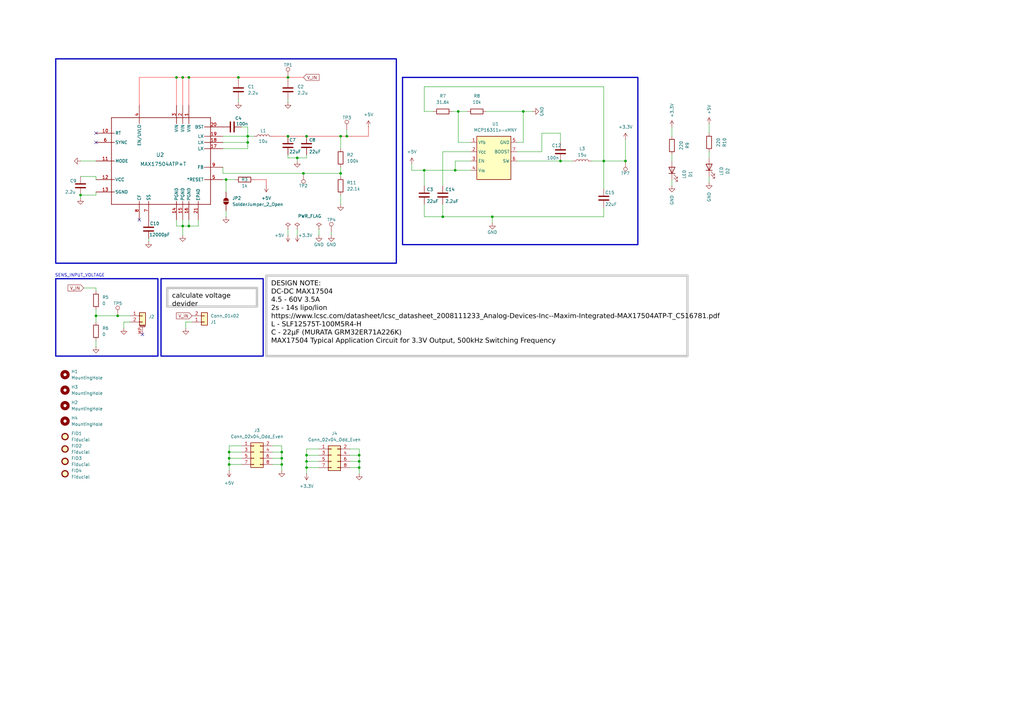
<source format=kicad_sch>
(kicad_sch (version 20231120) (generator "eeschema") (generator_version "8.0")
  (paper "A3")
  (lib_symbols
    (symbol "Connector:TestPoint" (pin_numbers hide) (pin_names (offset 0.762) hide)
      (property "Reference" "TP" (at 0 6.858 0))
      (property "Value" "TestPoint" (at 0 5.08 0))
      (symbol "TestPoint_0_1"
        (circle (center 0 3.302) (radius 0.762))
      )
      (symbol "TestPoint_1_1"
        (pin passive line (at 0 0 90) (length 2.54) (name "1") (number "1"))
      )
    )
    (symbol "Connector_Generic:Conn_01x02" (pin_names (offset 1.016) hide)
      (property "Reference" "J" (at 0 2.54 0))
      (property "Value" "Conn_01x02" (at 0 -5.08 0))
      (symbol "Conn_01x02_1_1"
        (rectangle (start -1.27 -2.413) (end 0 -2.667) (stroke (width 0.1524)))
        (rectangle (start -1.27 0.127) (end 0 -0.127) (stroke (width 0.1524)))
        (rectangle (start -1.27 1.27) (end 1.27 -3.81) (stroke (width 0.254)) (fill (type background)))
        (pin passive line (at -5.08 0 0) (length 3.81) (name "Pin_1") (number "1"))
        (pin passive line (at -5.08 -2.54 0) (length 3.81) (name "Pin_2") (number "2"))
      )
    )
    (symbol "Connector_Generic:Conn_02x04_Odd_Even" (pin_names (offset 1.016) hide)
      (property "Reference" "J" (at 1.27 5.08 0))
      (property "Value" "Conn_02x04_Odd_Even" (at 1.27 -7.62 0))
      (symbol "Conn_02x04_Odd_Even_1_1"
        (rectangle (start -1.27 -4.953) (end 0 -5.207) (stroke (width 0.1524)))
        (rectangle (start -1.27 -2.413) (end 0 -2.667) (stroke (width 0.1524)))
        (rectangle (start -1.27 0.127) (end 0 -0.127) (stroke (width 0.1524)))
        (rectangle (start -1.27 2.667) (end 0 2.413) (stroke (width 0.1524)))
        (rectangle (start -1.27 3.81) (end 3.81 -6.35) (stroke (width 0.254)) (fill (type background)))
        (rectangle (start 3.81 -4.953) (end 2.54 -5.207) (stroke (width 0.1524)))
        (rectangle (start 3.81 -2.413) (end 2.54 -2.667) (stroke (width 0.1524)))
        (rectangle (start 3.81 0.127) (end 2.54 -0.127) (stroke (width 0.1524)))
        (rectangle (start 3.81 2.667) (end 2.54 2.413) (stroke (width 0.1524)))
        (pin passive line (at -5.08 2.54 0) (length 3.81) (name "Pin_1") (number "1"))
        (pin passive line (at 7.62 2.54 180) (length 3.81) (name "Pin_2") (number "2"))
        (pin passive line (at -5.08 0 0) (length 3.81) (name "Pin_3") (number "3"))
        (pin passive line (at 7.62 0 180) (length 3.81) (name "Pin_4") (number "4"))
        (pin passive line (at -5.08 -2.54 0) (length 3.81) (name "Pin_5") (number "5"))
        (pin passive line (at 7.62 -2.54 180) (length 3.81) (name "Pin_6") (number "6"))
        (pin passive line (at -5.08 -5.08 0) (length 3.81) (name "Pin_7") (number "7"))
        (pin passive line (at 7.62 -5.08 180) (length 3.81) (name "Pin_8") (number "8"))
      )
    )
    (symbol "Connector_Generic_MountingPin:Conn_01x02_MountingPin" (pin_names (offset 1.016) hide)
      (property "Reference" "J" (at 0 2.54 0))
      (property "Value" "Conn_01x02_MountingPin" (at 1.27 -5.08 0))
      (symbol "Conn_01x02_MountingPin_1_1"
        (rectangle (start -1.27 -2.413) (end 0 -2.667) (stroke (width 0.1524)))
        (rectangle (start -1.27 0.127) (end 0 -0.127) (stroke (width 0.1524)))
        (rectangle (start -1.27 1.27) (end 1.27 -3.81) (stroke (width 0.254)) (fill (type background)))
        (polyline (pts (xy -1.016 -4.572) (xy 1.016 -4.572)) (stroke (width 0.1524)))
        (text "Mounting" (at 0 -4.191 0) (effects (font (size 0.381 0.381))))
        (pin passive line (at -5.08 0 0) (length 3.81) (name "Pin_1") (number "1"))
        (pin passive line (at -5.08 -2.54 0) (length 3.81) (name "Pin_2") (number "2"))
        (pin passive line (at 0 -7.62 90) (length 3.048) (name "MountPin") (number "MP"))
      )
    )
    (symbol "Device:C" (pin_numbers hide) (pin_names (offset 0.254))
      (property "Reference" "C" (at 0.635 2.54 0))
      (property "Value" "C" (at 0.635 -2.54 0))
      (symbol "C_0_1"
        (polyline (pts (xy -2.032 -0.762) (xy 2.032 -0.762)) (stroke (width 0.508)))
        (polyline (pts (xy -2.032 0.762) (xy 2.032 0.762)) (stroke (width 0.508)))
      )
      (symbol "C_1_1"
        (pin passive line (at 0 3.81 270) (length 2.794) (name "~") (number "1"))
        (pin passive line (at 0 -3.81 90) (length 2.794) (name "~") (number "2"))
      )
    )
    (symbol "Device:L" (pin_numbers hide) (pin_names (offset 1.016) hide)
      (property "Reference" "L" (at -1.27 0 90))
      (property "Value" "L" (at 1.905 0 90))
      (symbol "L_0_1"
        (arc (start 0 -2.54) (mid 0.6323 -1.905) (end 0 -1.27))
        (arc (start 0 -1.27) (mid 0.6323 -0.635) (end 0 0))
        (arc (start 0 0) (mid 0.6323 0.635) (end 0 1.27))
        (arc (start 0 1.27) (mid 0.6323 1.905) (end 0 2.54))
      )
      (symbol "L_1_1"
        (pin passive line (at 0 3.81 270) (length 1.27) (name "1") (number "1"))
        (pin passive line (at 0 -3.81 90) (length 1.27) (name "2") (number "2"))
      )
    )
    (symbol "Device:LED" (pin_numbers hide) (pin_names (offset 1.016) hide)
      (property "Reference" "D" (at 0 2.54 0))
      (property "Value" "LED" (at 0 -2.54 0))
      (symbol "LED_0_1"
        (polyline (pts (xy -1.27 -1.27) (xy -1.27 1.27)) (stroke (width 0.254)))
        (polyline (pts (xy -1.27 0) (xy 1.27 0)))
        (polyline (pts (xy 1.27 -1.27) (xy 1.27 1.27) (xy -1.27 0) (xy 1.27 -1.27)) (stroke (width 0.254)))
        (polyline (pts (xy -3.048 -0.762) (xy -4.572 -2.286) (xy -3.81 -2.286) (xy -4.572 -2.286) (xy -4.572 -1.524)))
        (polyline (pts (xy -1.778 -0.762) (xy -3.302 -2.286) (xy -2.54 -2.286) (xy -3.302 -2.286) (xy -3.302 -1.524)))
      )
      (symbol "LED_1_1"
        (pin passive line (at -3.81 0 0) (length 2.54) (name "K") (number "1"))
        (pin passive line (at 3.81 0 180) (length 2.54) (name "A") (number "2"))
      )
    )
    (symbol "Device:R" (pin_numbers hide) (pin_names (offset 0))
      (property "Reference" "R" (at 2.032 0 90))
      (property "Value" "R" (at 0 0 90))
      (symbol "R_0_1"
        (rectangle (start -1.016 -2.54) (end 1.016 2.54) (stroke (width 0.254)))
      )
      (symbol "R_1_1"
        (pin passive line (at 0 3.81 270) (length 1.27) (name "~") (number "1"))
        (pin passive line (at 0 -3.81 90) (length 1.27) (name "~") (number "2"))
      )
    )
    (symbol "Jumper:SolderJumper_2_Open" (pin_numbers hide) (pin_names (offset 0) hide) (exclude_from_sim yes) (in_bom no)
      (property "Reference" "JP" (at 0 2.032 0))
      (property "Value" "SolderJumper_2_Open" (at 0 -2.54 0))
      (symbol "SolderJumper_2_Open_0_1"
        (arc (start -0.254 1.016) (mid -1.2656 0) (end -0.254 -1.016))
        (arc (start -0.254 1.016) (mid -1.2656 0) (end -0.254 -1.016) (fill (type outline)))
        (polyline (pts (xy -0.254 1.016) (xy -0.254 -1.016)))
        (polyline (pts (xy 0.254 1.016) (xy 0.254 -1.016)))
        (arc (start 0.254 -1.016) (mid 1.2656 0) (end 0.254 1.016))
        (arc (start 0.254 -1.016) (mid 1.2656 0) (end 0.254 1.016) (fill (type outline)))
      )
      (symbol "SolderJumper_2_Open_1_1"
        (pin passive line (at -3.81 0 0) (length 2.54) (name "A") (number "1"))
        (pin passive line (at 3.81 0 180) (length 2.54) (name "B") (number "2"))
      )
    )
    (symbol "MAX17504ATP+T_1" (pin_names (offset 0.254))
      (property "Reference" "U" (at 27.94 -12.954 0))
      (property "Value" "MAX17504ATP+T" (at 27.94 -15.494 0))
      (symbol "MAX17504ATP+T_1_1_1"
        (polyline (pts (xy 7.62 -30.48) (xy 48.26 -30.48)) (stroke (width 0.254)))
        (polyline (pts (xy 7.62 5.08) (xy 7.62 -30.48)) (stroke (width 0.254)))
        (polyline (pts (xy 48.26 -30.48) (xy 48.26 5.08)) (stroke (width 0.254)))
        (polyline (pts (xy 48.26 5.08) (xy 7.62 5.08)) (stroke (width 0.254)))
        (pin passive line (at 39.37 10.16 270) (length 7.62) (name "VIN") (number "1"))
        (pin passive line (at 1.27 -1.27 0) (length 7.62) (name "RT") (number "10"))
        (pin passive line (at 1.27 -12.7 0) (length 7.62) (name "MODE") (number "11"))
        (pin passive line (at 1.27 -20.32 0) (length 7.62) (name "VCC") (number "12"))
        (pin passive line (at 1.27 -25.4 0) (length 7.62) (name "SGND") (number "13"))
        (pin passive line (at 34.29 -36.83 90) (length 7.62) (name "PGND") (number "14"))
        (pin passive line (at 36.83 -36.83 90) (length 7.62) (name "PGND") (number "15"))
        (pin passive line (at 39.37 -36.83 90) (length 7.62) (name "PGND") (number "16"))
        (pin passive line (at 53.34 -7.62 180) (length 7.62) (name "LX") (number "17"))
        (pin passive line (at 53.34 -5.08 180) (length 7.62) (name "LX") (number "18"))
        (pin passive line (at 53.34 -2.54 180) (length 7.62) (name "LX") (number "19"))
        (pin passive line (at 36.83 10.16 270) (length 7.62) (name "VIN") (number "2"))
        (pin passive line (at 53.34 1.27 180) (length 7.62) (name "BST") (number "20"))
        (pin passive line (at 43.18 -36.83 90) (length 7.62) (name "EPAD") (number "21"))
        (pin passive line (at 34.29 10.16 270) (length 7.62) (name "VIN") (number "3"))
        (pin passive line (at 19.05 10.16 270) (length 7.62) (name "EN/UVLO") (number "4"))
        (pin passive line (at 53.34 -20.32 180) (length 7.62) (name "*RESET") (number "5"))
        (pin passive line (at 1.27 -5.08 0) (length 7.62) (name "SYNC") (number "6"))
        (pin passive line (at 22.86 -36.83 90) (length 7.62) (name "SS") (number "7"))
        (pin passive line (at 19.05 -36.83 90) (length 7.62) (name "CF") (number "8"))
        (pin passive line (at 53.34 -15.24 180) (length 7.62) (name "FB") (number "9"))
      )
    )
    (symbol "Mechanical:Fiducial" (exclude_from_sim yes) (in_bom no)
      (property "Reference" "FID" (at 0 5.08 0))
      (property "Value" "Fiducial" (at 0 3.175 0))
      (symbol "Fiducial_0_1"
        (circle (center 0 0) (radius 1.27) (stroke (width 0.508)) (fill (type background)))
      )
    )
    (symbol "Mechanical:MountingHole" (pin_names (offset 1.016)) (exclude_from_sim yes) (in_bom no)
      (property "Reference" "H" (at 0 5.08 0))
      (property "Value" "MountingHole" (at 0 3.175 0))
      (symbol "MountingHole_0_1"
        (circle (center 0 0) (radius 1.27) (stroke (width 1.27)))
      )
    )
    (symbol "Regulator_Switching:MCP16311x-xMNY"
      (property "Reference" "U3" (at 0 12.7 0))
      (property "Value" "MCP16311x-xMNY" (at 0 10.16 0))
      (symbol "MCP16311x-xMNY_0_1"
        (rectangle (start -7.62 7.62) (end 6.35 -10.16) (stroke (width 0.254)) (fill (type background)))
      )
      (symbol "MCP16311x-xMNY_1_1"
        (pin input line (at -10.16 5.08 0) (length 2.54) (name "Vfb") (number "1"))
        (pin passive line (at -10.16 1.27 0) (length 2.54) (name "V_{CC}") (number "2"))
        (pin input line (at -10.16 -2.54 0) (length 2.54) (name "EN") (number "3"))
        (pin power_in line (at -10.16 -6.35 0) (length 2.54) (name "V_{IN}") (number "4"))
        (pin power_in line (at 8.89 5.08 180) (length 2.54) (name "GND") (number "5"))
        (pin power_out line (at 8.89 -2.54 180) (length 2.54) (name "SW") (number "6"))
        (pin output line (at 8.89 1.27 180) (length 2.54) (name "BOOST") (number "7"))
        (pin passive line (at 8.89 5.08 180) (length 2.54) hide (name "GND") (number "8"))
        (pin passive line (at 8.89 5.08 180) (length 2.54) hide (name "GND") (number "9"))
      )
    )
    (symbol "power:+3.3V" (power) (pin_numbers hide) (pin_names (offset 0) hide)
      (property "Value" "+3.3V" (at 0 3.556 0))
      (symbol "+3.3V_0_1"
        (polyline (pts (xy -0.762 1.27) (xy 0 2.54)))
        (polyline (pts (xy 0 0) (xy 0 2.54)))
        (polyline (pts (xy 0 2.54) (xy 0.762 1.27)))
      )
      (symbol "+3.3V_1_1"
        (pin power_in line (at 0 0 90) (length 0) (name "~") (number "1"))
      )
    )
    (symbol "power:+5V" (power) (pin_numbers hide) (pin_names (offset 0) hide)
      (property "Value" "+5V" (at 0 3.556 0))
      (symbol "+5V_0_1"
        (polyline (pts (xy -0.762 1.27) (xy 0 2.54)))
        (polyline (pts (xy 0 0) (xy 0 2.54)))
        (polyline (pts (xy 0 2.54) (xy 0.762 1.27)))
      )
      (symbol "+5V_1_1"
        (pin power_in line (at 0 0 90) (length 0) (name "~") (number "1"))
      )
    )
    (symbol "power:GND" (power) (pin_numbers hide) (pin_names (offset 0) hide)
      (property "Value" "GND" (at 0 -3.81 0))
      (symbol "GND_0_1"
        (polyline (pts (xy 0 0) (xy 0 -1.27) (xy 1.27 -1.27) (xy 0 -2.54) (xy -1.27 -1.27) (xy 0 -1.27)))
      )
      (symbol "GND_1_1"
        (pin power_in line (at 0 0 270) (length 0) (name "~") (number "1"))
      )
    )
    (symbol "power:PWR_FLAG" (power) (pin_numbers hide) (pin_names (offset 0) hide)
      (property "Value" "PWR_FLAG" (at 0 3.81 0))
      (symbol "PWR_FLAG_0_0"
        (pin power_out line (at 0 0 90) (length 0) (name "~") (number "1"))
      )
      (symbol "PWR_FLAG_0_1"
        (polyline (pts (xy 0 0) (xy 0 1.27) (xy -1.016 1.905) (xy 0 2.54) (xy 1.016 1.905) (xy 0 1.27)))
      )
    )
  )
  (junction (at 118.11 31.75))
  (junction (at 93.98 187.96))
  (junction (at 214.63 45.72))
  (junction (at 139.7 71.12))
  (junction (at 97.79 31.75))
  (junction (at 77.47 31.75))
  (junction (at 142.24 55.88))
  (junction (at 125.73 186.69))
  (junction (at 147.32 191.77))
  (junction (at 125.73 189.23))
  (junction (at 187.96 45.72))
  (junction (at 121.92 64.77))
  (junction (at 115.57 190.5))
  (junction (at 74.93 31.75))
  (junction (at 125.73 191.77))
  (junction (at 147.32 186.69))
  (junction (at 201.93 88.9))
  (junction (at 93.98 185.42))
  (junction (at 124.46 71.12))
  (junction (at 115.57 187.96))
  (junction (at 93.98 190.5))
  (junction (at 256.54 66.04))
  (junction (at 92.71 73.66))
  (junction (at 101.6 55.88))
  (junction (at 115.57 185.42))
  (junction (at 72.39 31.75))
  (junction (at 247.65 66.04))
  (junction (at 33.02 80.01))
  (junction (at 229.87 66.04))
  (junction (at 147.32 189.23))
  (junction (at 181.61 88.9))
  (junction (at 101.6 58.42))
  (junction (at 186.69 69.85))
  (junction (at 125.73 55.88))
  (junction (at 118.11 55.88))
  (junction (at 139.7 55.88))
  (junction (at 77.47 92.71))
  (junction (at 173.99 69.85))
  (junction (at 48.26 129.54))
  (junction (at 74.93 92.71))
  (junction (at 39.37 129.54))
  (no_connect (at 39.37 54.61))
  (no_connect (at 57.15 90.17))
  (no_connect (at 58.42 137.16))
  (no_connect (at 39.37 58.42))
  (wire (pts (xy 48.26 129.54) (xy 53.34 129.54)))
  (wire (pts (xy 214.63 45.72) (xy 218.44 45.72)))
  (wire (pts (xy 39.37 72.39) (xy 39.37 73.66)))
  (wire (pts (xy 147.32 184.15) (xy 147.32 186.69)))
  (wire (pts (xy 173.99 45.72) (xy 177.8 45.72)))
  (wire (pts (xy 39.37 129.54) (xy 48.26 129.54)))
  (wire (pts (xy 187.96 45.72) (xy 187.96 58.42)))
  (wire (pts (xy 39.37 127) (xy 39.37 129.54)))
  (wire (pts (xy 130.81 184.15) (xy 125.73 184.15)))
  (wire (pts (xy 121.92 64.77) (xy 121.92 66.04)))
  (wire (pts (xy 212.09 58.42) (xy 214.63 58.42)))
  (wire (pts (xy 81.28 90.17) (xy 81.28 92.71)))
  (wire (pts (xy 91.44 71.12) (xy 91.44 68.58)))
  (wire (pts (xy 290.83 62.23) (xy 290.83 64.77)))
  (wire (pts (xy 186.69 66.04) (xy 186.69 69.85)))
  (wire (pts (xy 168.91 69.85) (xy 173.99 69.85)))
  (wire (pts (xy 101.6 58.42) (xy 101.6 60.96)))
  (wire (pts (xy 39.37 129.54) (xy 39.37 132.08)))
  (wire (pts (xy 111.76 182.88) (xy 115.57 182.88)))
  (wire (pts (xy 186.69 69.85) (xy 193.04 69.85)))
  (wire (pts (xy 247.65 66.04) (xy 247.65 35.56)))
  (wire (pts (xy 109.22 76.2) (xy 109.22 73.66)) (stroke (width 0) (color 200 0 0 1)))
  (wire (pts (xy 118.11 31.75) (xy 124.46 31.75)) (stroke (width 0) (color 255 0 0 1)))
  (wire (pts (xy 143.51 191.77) (xy 147.32 191.77)))
  (wire (pts (xy 139.7 55.88) (xy 142.24 55.88)) (stroke (width 0) (color 200 0 0 1)))
  (wire (pts (xy 53.34 132.08) (xy 50.8 132.08)))
  (wire (pts (xy 256.54 57.15) (xy 256.54 66.04)))
  (wire (pts (xy 115.57 182.88) (xy 115.57 185.42)))
  (wire (pts (xy 124.46 71.12) (xy 139.7 71.12)))
  (wire (pts (xy 142.24 53.34) (xy 142.24 55.88)))
  (wire (pts (xy 275.59 76.2) (xy 275.59 73.66)))
  (wire (pts (xy 229.87 66.04) (xy 234.95 66.04)))
  (wire (pts (xy 290.83 74.93) (xy 290.83 72.39)))
  (wire (pts (xy 143.51 186.69) (xy 147.32 186.69)))
  (wire (pts (xy 111.76 185.42) (xy 115.57 185.42)))
  (wire (pts (xy 201.93 88.9) (xy 201.93 91.44)))
  (wire (pts (xy 185.42 45.72) (xy 187.96 45.72)))
  (wire (pts (xy 115.57 185.42) (xy 115.57 187.96)))
  (wire (pts (xy 93.98 187.96) (xy 93.98 190.5)))
  (wire (pts (xy 222.25 62.23) (xy 222.25 54.61)))
  (wire (pts (xy 181.61 88.9) (xy 201.93 88.9)))
  (wire (pts (xy 193.04 58.42) (xy 187.96 58.42)))
  (wire (pts (xy 247.65 88.9) (xy 201.93 88.9)))
  (wire (pts (xy 33.02 80.01) (xy 33.02 81.28)))
  (wire (pts (xy 212.09 62.23) (xy 222.25 62.23)))
  (wire (pts (xy 275.59 55.88) (xy 275.59 52.07)))
  (wire (pts (xy 135.89 95.25) (xy 135.89 96.52)))
  (wire (pts (xy 139.7 68.58) (xy 139.7 71.12)))
  (wire (pts (xy 72.39 31.75) (xy 57.15 31.75)) (stroke (width 0) (color 255 0 0 1)))
  (wire (pts (xy 193.04 66.04) (xy 186.69 66.04)))
  (wire (pts (xy 111.76 55.88) (xy 118.11 55.88)) (stroke (width 0) (color 200 0 0 1)))
  (wire (pts (xy 77.47 31.75) (xy 77.47 43.18)) (stroke (width 0) (color 255 0 0 1)))
  (wire (pts (xy 50.8 132.08) (xy 50.8 134.62)))
  (wire (pts (xy 74.93 31.75) (xy 77.47 31.75)) (stroke (width 0) (color 255 0 0 1)))
  (wire (pts (xy 125.73 189.23) (xy 125.73 191.77)))
  (wire (pts (xy 139.7 80.01) (xy 139.7 83.82)))
  (wire (pts (xy 125.73 186.69) (xy 125.73 189.23)))
  (wire (pts (xy 92.71 86.36) (xy 92.71 88.9)))
  (wire (pts (xy 60.96 97.79) (xy 60.96 99.06)))
  (wire (pts (xy 139.7 60.96) (xy 139.7 55.88)))
  (wire (pts (xy 187.96 45.72) (xy 191.77 45.72)))
  (wire (pts (xy 229.87 54.61) (xy 229.87 58.42)))
  (wire (pts (xy 193.04 62.23) (xy 181.61 62.23)))
  (wire (pts (xy 74.93 31.75) (xy 74.93 43.18)) (stroke (width 0) (color 255 0 0 1)))
  (wire (pts (xy 125.73 191.77) (xy 125.73 194.31)))
  (wire (pts (xy 99.06 182.88) (xy 93.98 182.88)))
  (wire (pts (xy 118.11 41.91) (xy 118.11 40.64)))
  (wire (pts (xy 39.37 78.74) (xy 39.37 80.01)))
  (wire (pts (xy 125.73 184.15) (xy 125.73 186.69)))
  (wire (pts (xy 39.37 119.38) (xy 39.37 118.11)))
  (wire (pts (xy 125.73 63.5) (xy 125.73 64.77)))
  (wire (pts (xy 93.98 182.88) (xy 93.98 185.42)))
  (wire (pts (xy 247.65 85.09) (xy 247.65 88.9)))
  (wire (pts (xy 173.99 83.82) (xy 173.99 88.9)))
  (wire (pts (xy 247.65 77.47) (xy 247.65 66.04)))
  (wire (pts (xy 115.57 190.5) (xy 115.57 193.04)))
  (wire (pts (xy 91.44 71.12) (xy 124.46 71.12)))
  (wire (pts (xy 130.81 189.23) (xy 125.73 189.23)))
  (wire (pts (xy 143.51 189.23) (xy 147.32 189.23)))
  (wire (pts (xy 81.28 92.71) (xy 77.47 92.71)))
  (wire (pts (xy 78.74 132.08) (xy 76.2 132.08)))
  (wire (pts (xy 290.83 54.61) (xy 290.83 50.8)))
  (wire (pts (xy 99.06 187.96) (xy 93.98 187.96)))
  (wire (pts (xy 74.93 92.71) (xy 74.93 90.17)))
  (wire (pts (xy 111.76 190.5) (xy 115.57 190.5)))
  (wire (pts (xy 101.6 55.88) (xy 101.6 58.42)))
  (wire (pts (xy 173.99 76.2) (xy 173.99 69.85)))
  (wire (pts (xy 121.92 93.98) (xy 121.92 96.52)))
  (wire (pts (xy 77.47 31.75) (xy 97.79 31.75)) (stroke (width 0) (color 255 0 0 1)))
  (wire (pts (xy 77.47 92.71) (xy 74.93 92.71)))
  (wire (pts (xy 173.99 88.9) (xy 181.61 88.9)))
  (wire (pts (xy 39.37 139.7) (xy 39.37 142.24)))
  (wire (pts (xy 247.65 35.56) (xy 173.99 35.56)))
  (wire (pts (xy 143.51 184.15) (xy 147.32 184.15)))
  (wire (pts (xy 181.61 62.23) (xy 181.61 76.2)))
  (wire (pts (xy 76.2 132.08) (xy 76.2 134.62)))
  (wire (pts (xy 212.09 66.04) (xy 229.87 66.04)))
  (wire (pts (xy 72.39 90.17) (xy 72.39 92.71)))
  (wire (pts (xy 173.99 69.85) (xy 186.69 69.85)))
  (wire (pts (xy 97.79 41.91) (xy 97.79 40.64)))
  (wire (pts (xy 97.79 31.75) (xy 118.11 31.75)) (stroke (width 0) (color 255 0 0 1)))
  (wire (pts (xy 118.11 93.98) (xy 118.11 96.52)))
  (wire (pts (xy 91.44 58.42) (xy 101.6 58.42)))
  (wire (pts (xy 111.76 187.96) (xy 115.57 187.96)))
  (wire (pts (xy 168.91 67.31) (xy 168.91 69.85)))
  (wire (pts (xy 101.6 55.88) (xy 104.14 55.88)))
  (wire (pts (xy 72.39 31.75) (xy 72.39 43.18)) (stroke (width 0) (color 255 0 0 1)))
  (wire (pts (xy 130.81 191.77) (xy 125.73 191.77)))
  (wire (pts (xy 33.02 66.04) (xy 39.37 66.04)))
  (wire (pts (xy 96.52 73.66) (xy 92.71 73.66)))
  (wire (pts (xy 130.81 93.98) (xy 130.81 96.52)))
  (wire (pts (xy 125.73 55.88) (xy 139.7 55.88)) (stroke (width 0) (color 200 0 0 1)))
  (wire (pts (xy 115.57 187.96) (xy 115.57 190.5)))
  (wire (pts (xy 99.06 190.5) (xy 93.98 190.5)))
  (wire (pts (xy 97.79 31.75) (xy 97.79 33.02)) (stroke (width 0) (color 255 0 0 1)))
  (wire (pts (xy 125.73 64.77) (xy 121.92 64.77)))
  (wire (pts (xy 242.57 66.04) (xy 247.65 66.04)))
  (wire (pts (xy 151.13 52.07) (xy 151.13 55.88)) (stroke (width 0) (color 200 0 0 1)))
  (wire (pts (xy 181.61 83.82) (xy 181.61 88.9)))
  (wire (pts (xy 118.11 64.77) (xy 118.11 63.5)))
  (wire (pts (xy 91.44 60.96) (xy 101.6 60.96)))
  (wire (pts (xy 147.32 189.23) (xy 147.32 191.77)))
  (wire (pts (xy 33.02 80.01) (xy 39.37 80.01)))
  (wire (pts (xy 109.22 73.66) (xy 104.14 73.66)) (stroke (width 0) (color 200 0 0 1)))
  (wire (pts (xy 99.06 52.07) (xy 101.6 52.07)))
  (wire (pts (xy 101.6 52.07) (xy 101.6 55.88)))
  (wire (pts (xy 33.02 72.39) (xy 39.37 72.39)))
  (wire (pts (xy 256.54 66.04) (xy 247.65 66.04)))
  (wire (pts (xy 92.71 73.66) (xy 91.44 73.66)))
  (wire (pts (xy 121.92 64.77) (xy 118.11 64.77)))
  (wire (pts (xy 91.44 55.88) (xy 101.6 55.88)))
  (wire (pts (xy 118.11 55.88) (xy 125.73 55.88)) (stroke (width 0) (color 200 0 0 1)))
  (wire (pts (xy 72.39 31.75) (xy 74.93 31.75)) (stroke (width 0) (color 255 0 0 1)))
  (wire (pts (xy 275.59 63.5) (xy 275.59 66.04)))
  (wire (pts (xy 74.93 92.71) (xy 74.93 96.52)))
  (wire (pts (xy 77.47 90.17) (xy 77.47 92.71)))
  (wire (pts (xy 93.98 185.42) (xy 93.98 187.96)))
  (wire (pts (xy 118.11 31.75) (xy 118.11 33.02)) (stroke (width 0) (color 255 0 0 1)))
  (wire (pts (xy 99.06 185.42) (xy 93.98 185.42)))
  (wire (pts (xy 214.63 45.72) (xy 199.39 45.72)))
  (wire (pts (xy 92.71 73.66) (xy 92.71 78.74)))
  (wire (pts (xy 222.25 54.61) (xy 229.87 54.61)))
  (wire (pts (xy 142.24 55.88) (xy 151.13 55.88)) (stroke (width 0) (color 200 0 0 1)))
  (wire (pts (xy 214.63 58.42) (xy 214.63 45.72)))
  (wire (pts (xy 72.39 92.71) (xy 74.93 92.71)))
  (wire (pts (xy 147.32 186.69) (xy 147.32 189.23)))
  (wire (pts (xy 173.99 35.56) (xy 173.99 45.72)))
  (wire (pts (xy 130.81 186.69) (xy 125.73 186.69)))
  (wire (pts (xy 57.15 31.75) (xy 57.15 43.18)) (stroke (width 0) (color 255 0 0 1)))
  (wire (pts (xy 147.32 191.77) (xy 147.32 194.31)))
  (wire (pts (xy 139.7 72.39) (xy 139.7 71.12)))
  (wire (pts (xy 93.98 190.5) (xy 93.98 193.04)))
  (wire (pts (xy 39.37 118.11) (xy 34.29 118.11)))
  (rectangle (start 165.1 31.75) (end 261.62 100.33) (stroke (width 0.508)))
  (rectangle (start 66.04 114.3) (end 107.95 146.05) (stroke (width 0.508)))
  (rectangle (start 22.86 114.3) (end 64.77 146.05) (stroke (width 0.508)))
  (rectangle (start 22.86 24.13) (end 162.56 107.95) (stroke (width 0.508)))
  (text_box "DESIGN NOTE:\nDC-DC MAX17504 \n4.5 - 60V 3.5A \n2s - 14s lipo/lion\nhttps://www.lcsc.com/datasheet/lcsc_datasheet_2008111233_Analog-Devices-Inc--Maxim-Integrated-MAX17504ATP-T_C516781.pdf\nL - SLF12575T-100M5R4-H\nC - 22µF (MURATA GRM32ER71A226K)\nMAX17504 Typical Application Circuit for 3.3V Output, 500kHz Switching Frequency" (at 109.22 113.03 0) (size 172.72 33.02) (stroke (width 1) (color 200 200 200 1)) (effects (font (size 2 2)) (justify left top)))
  (text_box "calculate voltage devider" (at 68.58 118.11 0) (size 36.83 7.62) (stroke (width 1) (color 200 200 200 1)) (effects (font (size 2 2)) (justify left top)))
  (text "SENS_INPUT_VOLTAGE" (at 32.766 113.03 0) (effects (font (size 1.27 1.27))))
  (global_label "V_IN" (shape input) (at 78.74 129.54 180) (property "Intersheetrefs" "${INTERSHEET_REFS}" (effects (hide yes))))
  (global_label "V_IN" (shape input) (at 34.29 118.11 180) (property "Intersheetrefs" "${INTERSHEET_REFS}" (effects (hide yes))))
  (global_label "V_IN" (shape input) (at 124.46 31.75 0) (property "Intersheetrefs" "${INTERSHEET_REFS}" (effects (hide yes))))
  (symbol (lib_id "Regulator_Switching:MCP16311x-xMNY") (at 203.2 63.5 0) (unit 1)
    (property "Reference" "U1" (at 203.2 50.8 0))
    (property "Value" "MCP16311x-xMNY" (at 203.2 53.34 0))
    (property "Footprint" "Package_DFN_QFN:DFN-8-1EP_3x2mm_P0.5mm_EP1.75x1.45mm" (effects (hide yes)))
    (property "Datasheet" "https://ww1.microchip.com/downloads/en/DeviceDoc/MCP16311-Family-Data-Sheet-DS20005255C.pdf" (effects (hide yes)))
    (property "Description" "1A Output Voltage, 30V Input, integrated switch step-down regulator, PFM/PWM modulation, DFN-8" (effects (hide yes)))
  )
  (symbol (lib_id "Connector_Generic:Conn_01x02") (at 83.82 132.08 0) (mirror x) (unit 1)
    (property "Reference" "J1" (at 86.36 132.0801 0) (effects (justify left)))
    (property "Value" "Conn_01x02" (at 86.36 129.5401 0) (effects (justify left)))
    (property "Footprint" "Connector_AMASS:AMASS_XT30U-M_1x02_P5.0mm_Vertical" (effects (hide yes)))
    (property "Description" "Generic connector, single row, 01x02, script generated (kicad-library-utils/schlib/autogen/connector/)" (effects (hide yes)))
  )
  (symbol (lib_id "Mechanical:Fiducial") (at 26.67 184.15 0) (unit 1) (exclude_from_sim yes) (in_bom no)
    (property "Reference" "FID2" (at 29.21 182.8799 0) (effects (justify left)))
    (property "Value" "Fiducial" (at 29.21 185.4199 0) (effects (justify left)))
    (property "Footprint" "Fiducial:Fiducial_0.5mm_Mask1mm" (effects (hide yes)))
    (property "Description" "Fiducial Marker" (effects (hide yes)))
  )
  (symbol (lib_id "power:GND") (at 33.02 66.04 270) (unit 1)
    (property "Reference" "#PWR010" (effects (hide yes)))
    (property "Value" "GND" (effects (hide yes)))
    (property "Description" "Power symbol creates a global label with name \"GND\" , ground" (effects (hide yes)))
  )
  (symbol (lib_id "Mechanical:MountingHole") (at 26.67 153.67 0) (unit 1) (exclude_from_sim yes) (in_bom no)
    (property "Reference" "H1" (at 29.21 152.3999 0) (effects (justify left)))
    (property "Value" "MountingHole" (at 29.21 154.9399 0) (effects (justify left)))
    (property "Footprint" "MountingHole:MountingHole_2.2mm_M2" (effects (hide yes)))
    (property "Description" "Mounting Hole without connection" (effects (hide yes)))
  )
  (symbol (lib_id "Connector:TestPoint") (at 124.46 71.12 180) (unit 1)
    (property "Reference" "TP2" (at 126.238 76.2 0) (effects (justify left)))
    (property "Value" "TestPoint" (effects (hide yes)))
    (property "Footprint" "TestPoint:TestPoint_Pad_D1.0mm" (effects (hide yes)))
    (property "Description" "test point" (effects (hide yes)))
  )
  (symbol (lib_id "power:GND") (at 74.93 96.52 0) (unit 1)
    (property "Reference" "#PWR016" (effects (hide yes)))
    (property "Value" "GND" (effects (hide yes)))
    (property "Description" "Power symbol creates a global label with name \"GND\" , ground" (effects (hide yes)))
  )
  (symbol (lib_id "power:+5V") (at 118.11 96.52 180) (unit 1)
    (property "Reference" "#PWR02" (effects (hide yes)))
    (property "Value" "+5V" (at 114.554 96.52 0))
    (property "Description" "Power symbol creates a global label with name \"+5V\"" (effects (hide yes)))
  )
  (symbol (lib_id "power:+5V") (at 290.83 50.8 0) (unit 1)
    (property "Reference" "#PWR054" (effects (hide yes)))
    (property "Value" "+5V" (at 290.8299 46.99 90) (effects (justify left)))
    (property "Description" "Power symbol creates a global label with name \"+5V\"" (effects (hide yes)))
  )
  (symbol (lib_id "power:GND") (at 76.2 134.62 0) (unit 1)
    (property "Reference" "#PWR019" (effects (hide yes)))
    (property "Value" "GND" (effects (hide yes)))
    (property "Description" "Power symbol creates a global label with name \"GND\" , ground" (effects (hide yes)))
  )
  (symbol (lib_id "Device:R") (at 139.7 76.2 0) (unit 1)
    (property "Reference" "R11" (at 142.24 74.9299 0) (effects (justify left)))
    (property "Value" "22.1k" (at 142.24 77.4699 0) (effects (justify left)))
    (property "Footprint" "Resistor_SMD:R_0603_1608Metric" (effects (hide yes)))
    (property "Description" "Resistor" (effects (hide yes)))
  )
  (symbol (lib_id "power:GND") (at 39.37 142.24 0) (unit 1)
    (property "Reference" "#PWR022" (effects (hide yes)))
    (property "Value" "GND" (effects (hide yes)))
    (property "Description" "Power symbol creates a global label with name \"GND\" , ground" (effects (hide yes)))
  )
  (symbol (lib_id "Connector_Generic:Conn_02x04_Odd_Even") (at 135.89 186.69 0) (unit 1)
    (property "Reference" "J4" (at 137.16 177.8 0))
    (property "Value" "Conn_02x04_Odd_Even" (at 137.16 180.34 0))
    (property "Footprint" "Connector_PinSocket_2.54mm:PinSocket_2x04_P2.54mm_Vertical_SMD" (effects (hide yes)))
    (property "Description" "Generic connector, double row, 02x04, odd/even pin numbering scheme (row 1 odd numbers, row 2 even numbers), script generated (kicad-library-utils/schlib/autogen/connector/)" (effects (hide yes)))
  )
  (symbol (lib_id "Mechanical:Fiducial") (at 26.67 179.07 0) (unit 1) (exclude_from_sim yes) (in_bom no)
    (property "Reference" "FID1" (at 29.21 177.7999 0) (effects (justify left)))
    (property "Value" "Fiducial" (at 29.21 180.3399 0) (effects (justify left)))
    (property "Footprint" "Fiducial:Fiducial_0.5mm_Mask1mm" (effects (hide yes)))
    (property "Description" "Fiducial Marker" (effects (hide yes)))
  )
  (symbol (lib_id "Device:C") (at 118.11 36.83 0) (unit 1)
    (property "Reference" "C2" (at 121.92 35.5599 0) (effects (justify left)))
    (property "Value" "2.2u" (at 121.92 38.0999 0) (effects (justify left)))
    (property "Footprint" "Capacitor_SMD:C_1210_3225Metric" (effects (hide yes)))
    (property "Description" "Unpolarized capacitor" (effects (hide yes)))
  )
  (symbol (lib_id "power:GND") (at 201.93 91.44 0) (unit 1)
    (property "Reference" "#PWR040" (effects (hide yes)))
    (property "Value" "GND" (at 201.93 95.25 0))
    (property "Description" "Power symbol creates a global label with name \"GND\" , ground" (effects (hide yes)))
  )
  (symbol (lib_id "Mechanical:Fiducial") (at 26.67 189.23 0) (unit 1) (exclude_from_sim yes) (in_bom no)
    (property "Reference" "FID3" (at 29.21 187.9599 0) (effects (justify left)))
    (property "Value" "Fiducial" (at 29.21 190.4999 0) (effects (justify left)))
    (property "Footprint" "Fiducial:Fiducial_0.5mm_Mask1mm" (effects (hide yes)))
    (property "Description" "Fiducial Marker" (effects (hide yes)))
  )
  (symbol (lib_id "power:GND") (at 60.96 99.06 0) (unit 1)
    (property "Reference" "#PWR021" (effects (hide yes)))
    (property "Value" "GND" (effects (hide yes)))
    (property "Description" "Power symbol creates a global label with name \"GND\" , ground" (effects (hide yes)))
  )
  (symbol (lib_id "Device:C") (at 60.96 93.98 0) (unit 1)
    (property "Reference" "C10" (at 61.468 91.694 0) (effects (justify left)))
    (property "Value" "12000pF" (at 61.214 96.266 0) (effects (justify left)))
    (property "Footprint" "Capacitor_SMD:C_0603_1608Metric" (effects (hide yes)))
    (property "Description" "Unpolarized capacitor" (effects (hide yes)))
  )
  (symbol (lib_id "Device:C") (at 173.99 80.01 0) (unit 1)
    (property "Reference" "C3" (at 175.006 77.724 0) (effects (justify left)))
    (property "Value" "22uF" (at 175.006 82.55 0) (effects (justify left)))
    (property "Footprint" "Capacitor_SMD:C_1210_3225Metric" (effects (hide yes)))
    (property "Description" "Unpolarized capacitor" (effects (hide yes)))
  )
  (symbol (lib_id "Mechanical:MountingHole") (at 26.67 172.72 0) (unit 1) (exclude_from_sim yes) (in_bom no)
    (property "Reference" "H4" (at 29.21 171.4499 0) (effects (justify left)))
    (property "Value" "MountingHole" (at 29.21 173.9899 0) (effects (justify left)))
    (property "Footprint" "MountingHole:MountingHole_2.2mm_M2" (effects (hide yes)))
    (property "Description" "Mounting Hole without connection" (effects (hide yes)))
  )
  (symbol (lib_id "power:PWR_FLAG") (at 118.11 93.98 0) (unit 1)
    (property "Reference" "#FLG03" (effects (hide yes)))
    (property "Value" "PWR_FLAG" (effects (hide yes)))
    (property "Description" "Special symbol for telling ERC where power comes from" (effects (hide yes)))
  )
  (symbol (lib_id "power:GND") (at 121.92 66.04 0) (unit 1)
    (property "Reference" "#PWR011" (effects (hide yes)))
    (property "Value" "GND" (effects (hide yes)))
    (property "Description" "Power symbol creates a global label with name \"GND\" , ground" (effects (hide yes)))
  )
  (symbol (lib_id "Device:LED") (at 275.59 69.85 90) (unit 1)
    (property "Reference" "D1" (at 283.21 71.4375 0))
    (property "Value" "LED" (at 280.67 71.4375 0))
    (property "Footprint" "LED_SMD:LED_0603_1608Metric_Pad1.05x0.95mm_HandSolder" (effects (hide yes)))
    (property "Description" "Light emitting diode" (effects (hide yes)))
  )
  (symbol (lib_id "power:GND") (at 33.02 81.28 0) (unit 1)
    (property "Reference" "#PWR013" (effects (hide yes)))
    (property "Value" "GND" (effects (hide yes)))
    (property "Description" "Power symbol creates a global label with name \"GND\" , ground" (effects (hide yes)))
  )
  (symbol (lib_id "Device:C") (at 247.65 81.28 0) (unit 1)
    (property "Reference" "C15" (at 248.158 78.994 0) (effects (justify left)))
    (property "Value" "22uF" (at 248.158 83.82 0) (effects (justify left)))
    (property "Footprint" "Capacitor_SMD:C_1210_3225Metric" (effects (hide yes)))
    (property "Description" "Unpolarized capacitor" (effects (hide yes)))
  )
  (symbol (lib_id "Connector:TestPoint") (at 48.26 129.54 0) (unit 1)
    (property "Reference" "TP5" (at 46.482 124.46 0) (effects (justify left)))
    (property "Value" "TestPoint" (effects (hide yes)))
    (property "Footprint" "TestPoint:TestPoint_Pad_D1.0mm" (effects (hide yes)))
    (property "Description" "test point" (effects (hide yes)))
  )
  (symbol (lib_id "power:+5V") (at 151.13 52.07 0) (unit 1)
    (property "Reference" "#PWR07" (effects (hide yes)))
    (property "Value" "+5V" (at 151.13 46.99 0))
    (property "Description" "Power symbol creates a global label with name \"+5V\"" (effects (hide yes)))
  )
  (symbol (lib_id "power:PWR_FLAG") (at 121.92 93.98 0) (unit 1)
    (property "Reference" "#FLG01" (effects (hide yes)))
    (property "Value" "PWR_FLAG" (at 127 88.646 0))
    (property "Description" "Special symbol for telling ERC where power comes from" (effects (hide yes)))
  )
  (symbol (lib_id "Mechanical:MountingHole") (at 26.67 166.37 0) (unit 1) (exclude_from_sim yes) (in_bom no)
    (property "Reference" "H2" (at 29.21 165.0999 0) (effects (justify left)))
    (property "Value" "MountingHole" (at 29.21 167.6399 0) (effects (justify left)))
    (property "Footprint" "MountingHole:MountingHole_2.2mm_M2" (effects (hide yes)))
    (property "Description" "Mounting Hole without connection" (effects (hide yes)))
  )
  (symbol (lib_id "Device:C") (at 181.61 80.01 0) (unit 1)
    (property "Reference" "C14" (at 182.626 77.724 0) (effects (justify left)))
    (property "Value" "2.2uF" (at 182.626 82.55 0) (effects (justify left)))
    (property "Footprint" "Capacitor_SMD:C_1210_3225Metric" (effects (hide yes)))
    (property "Description" "Unpolarized capacitor" (effects (hide yes)))
  )
  (symbol (lib_id "power:+5V") (at 109.22 76.2 180) (unit 1)
    (property "Reference" "#PWR03" (effects (hide yes)))
    (property "Value" "+5V" (at 109.22 81.28 0))
    (property "Description" "Power symbol creates a global label with name \"+5V\"" (effects (hide yes)))
  )
  (symbol (lib_id "power:+3.3V") (at 121.92 96.52 180) (unit 1)
    (property "Reference" "#PWR017" (effects (hide yes)))
    (property "Value" "+3.3V" (at 125.222 96.52 0))
    (property "Description" "Power symbol creates a global label with name \"+3.3V\"" (effects (hide yes)))
  )
  (symbol (lib_id "Connector_Generic:Conn_02x04_Odd_Even") (at 104.14 185.42 0) (unit 1)
    (property "Reference" "J3" (at 105.41 176.53 0))
    (property "Value" "Conn_02x04_Odd_Even" (at 105.41 179.07 0))
    (property "Footprint" "Connector_PinSocket_2.54mm:PinSocket_2x04_P2.54mm_Vertical_SMD" (effects (hide yes)))
    (property "Description" "Generic connector, double row, 02x04, odd/even pin numbering scheme (row 1 odd numbers, row 2 even numbers), script generated (kicad-library-utils/schlib/autogen/connector/)" (effects (hide yes)))
  )
  (symbol (lib_id "Connector:TestPoint") (at 135.89 95.25 0) (unit 1)
    (property "Reference" "TP4" (at 134.112 90.17 0) (effects (justify left)))
    (property "Value" "TestPoint" (effects (hide yes)))
    (property "Footprint" "TestPoint:TestPoint_Pad_D1.0mm" (effects (hide yes)))
    (property "Description" "test point" (effects (hide yes)))
  )
  (symbol (lib_id "Mechanical:MountingHole") (at 26.67 160.02 0) (unit 1) (exclude_from_sim yes) (in_bom no)
    (property "Reference" "H3" (at 29.21 158.7499 0) (effects (justify left)))
    (property "Value" "MountingHole" (at 29.21 161.2899 0) (effects (justify left)))
    (property "Footprint" "MountingHole:MountingHole_2.2mm_M2" (effects (hide yes)))
    (property "Description" "Mounting Hole without connection" (effects (hide yes)))
  )
  (symbol (lib_id "Device:R") (at 181.61 45.72 90) (unit 1)
    (property "Reference" "R7" (at 181.61 39.37 90))
    (property "Value" "31.6k" (at 181.61 41.91 90))
    (property "Footprint" "Resistor_SMD:R_0603_1608Metric" (effects (hide yes)))
    (property "Description" "Resistor" (effects (hide yes)))
  )
  (symbol (lib_id "Device:R") (at 139.7 64.77 0) (unit 1)
    (property "Reference" "R2" (at 142.24 63.4999 0) (effects (justify left)))
    (property "Value" "100k" (at 142.24 66.0399 0) (effects (justify left)))
    (property "Footprint" "Resistor_SMD:R_0603_1608Metric" (effects (hide yes)))
    (property "Description" "Resistor" (effects (hide yes)))
  )
  (symbol (lib_id "power:+3.3V") (at 256.54 57.15 0) (unit 1)
    (property "Reference" "#PWR036" (effects (hide yes)))
    (property "Value" "+3.3V" (at 256.54 52.07 0))
    (property "Description" "Power symbol creates a global label with name \"+3.3V\"" (effects (hide yes)))
  )
  (symbol (lib_id "power:+5V") (at 93.98 193.04 180) (unit 1)
    (property "Reference" "#PWR08" (effects (hide yes)))
    (property "Value" "+5V" (at 93.98 198.12 0))
    (property "Description" "Power symbol creates a global label with name \"+5V\"" (effects (hide yes)))
  )
  (symbol (lib_id "Connector:TestPoint") (at 142.24 53.34 0) (unit 1)
    (property "Reference" "TP3" (at 140.462 48.26 0) (effects (justify left)))
    (property "Value" "TestPoint" (effects (hide yes)))
    (property "Footprint" "TestPoint:TestPoint_Pad_D1.0mm" (effects (hide yes)))
    (property "Description" "test point" (effects (hide yes)))
  )
  (symbol (lib_id "power:PWR_FLAG") (at 130.81 93.98 0) (unit 1)
    (property "Reference" "#FLG02" (effects (hide yes)))
    (property "Value" "PWR_FLAG" (effects (hide yes)))
    (property "Description" "Special symbol for telling ERC where power comes from" (effects (hide yes)))
  )
  (symbol (lib_id "power:GND") (at 115.57 193.04 0) (unit 1)
    (property "Reference" "#PWR06" (effects (hide yes)))
    (property "Value" "GND" (effects (hide yes)))
    (property "Description" "Power symbol creates a global label with name \"GND\" , ground" (effects (hide yes)))
  )
  (symbol (lib_id "Device:C") (at 118.11 59.69 0) (unit 1)
    (property "Reference" "C7" (at 118.618 57.404 0) (effects (justify left)))
    (property "Value" "22uF" (at 118.618 62.23 0) (effects (justify left)))
    (property "Footprint" "Capacitor_SMD:C_1210_3225Metric" (effects (hide yes)))
    (property "Description" "Unpolarized capacitor" (effects (hide yes)))
  )
  (symbol (lib_id "power:GND") (at 130.81 96.52 0) (unit 1)
    (property "Reference" "#PWR018" (effects (hide yes)))
    (property "Value" "GND" (at 130.81 100.33 0))
    (property "Description" "Power symbol creates a global label with name \"GND\" , ground" (effects (hide yes)))
  )
  (symbol (lib_name "MAX17504ATP+T_1") (lib_id "2024-10-01_06-51-16:MAX17504ATP+T") (at 38.1 53.34 0) (unit 1)
    (property "Reference" "U2" (at 64.008 63.5 0) (effects (font (size 1.524 1.524)) (justify left)))
    (property "Value" "MAX17504ATP+T" (at 57.404 67.31 0) (effects (font (size 1.524 1.524)) (justify left)))
    (property "Footprint" "footprints:21-0140L_T2055-4_MXM" (effects (hide yes)))
    (property "Datasheet" "MAX17504ATP+T" (effects (hide yes)))
  )
  (symbol (lib_id "power:GND") (at 290.83 74.93 0) (unit 1)
    (property "Reference" "#PWR050" (effects (hide yes)))
    (property "Value" "GND" (at 290.8301 78.74 90) (effects (justify right)))
    (property "Description" "Power symbol creates a global label with name \"GND\" , ground" (effects (hide yes)))
  )
  (symbol (lib_id "Device:C") (at 97.79 36.83 0) (unit 1)
    (property "Reference" "C1" (at 101.6 35.5599 0) (effects (justify left)))
    (property "Value" "2.2u" (at 101.6 38.0999 0) (effects (justify left)))
    (property "Footprint" "Capacitor_SMD:C_1210_3225Metric" (effects (hide yes)))
    (property "Description" "Unpolarized capacitor" (effects (hide yes)))
  )
  (symbol (lib_id "power:GND") (at 218.44 45.72 90) (unit 1)
    (property "Reference" "#PWR032" (effects (hide yes)))
    (property "Value" "GND" (at 222.25 45.72 0))
    (property "Description" "Power symbol creates a global label with name \"GND\" , ground" (effects (hide yes)))
  )
  (symbol (lib_id "power:GND") (at 147.32 194.31 0) (unit 1)
    (property "Reference" "#PWR012" (effects (hide yes)))
    (property "Value" "GND" (effects (hide yes)))
    (property "Description" "Power symbol creates a global label with name \"GND\" , ground" (effects (hide yes)))
  )
  (symbol (lib_id "Device:R") (at 195.58 45.72 90) (unit 1)
    (property "Reference" "R8" (at 195.58 39.37 90))
    (property "Value" "10k" (at 195.58 41.91 90))
    (property "Footprint" "Resistor_SMD:R_0603_1608Metric" (effects (hide yes)))
    (property "Description" "Resistor" (effects (hide yes)))
  )
  (symbol (lib_id "Device:R") (at 39.37 123.19 0) (unit 1)
    (property "Reference" "R5" (at 41.91 121.9199 0) (effects (justify left)))
    (property "Value" "0" (at 41.91 124.4599 0) (effects (justify left)))
    (property "Footprint" "Resistor_SMD:R_0603_1608Metric" (effects (hide yes)))
    (property "Description" "Resistor" (effects (hide yes)))
  )
  (symbol (lib_id "Mechanical:Fiducial") (at 26.67 194.31 0) (unit 1) (exclude_from_sim yes) (in_bom no)
    (property "Reference" "FID4" (at 29.21 193.0399 0) (effects (justify left)))
    (property "Value" "Fiducial" (at 29.21 195.5799 0) (effects (justify left)))
    (property "Footprint" "Fiducial:Fiducial_0.5mm_Mask1mm" (effects (hide yes)))
    (property "Description" "Fiducial Marker" (effects (hide yes)))
  )
  (symbol (lib_id "Device:C") (at 229.87 62.23 0) (unit 1)
    (property "Reference" "C12" (at 226.314 59.69 0) (effects (justify left)))
    (property "Value" "100n" (at 224.282 64.77 0) (effects (justify left)))
    (property "Footprint" "Capacitor_SMD:C_0603_1608Metric" (effects (hide yes)))
    (property "Description" "Unpolarized capacitor" (effects (hide yes)))
  )
  (symbol (lib_id "Connector:TestPoint") (at 118.11 31.75 0) (unit 1)
    (property "Reference" "TP1" (at 116.332 26.67 0) (effects (justify left)))
    (property "Value" "TestPoint" (effects (hide yes)))
    (property "Footprint" "TestPoint:TestPoint_Pad_D1.0mm" (effects (hide yes)))
    (property "Description" "test point" (effects (hide yes)))
  )
  (symbol (lib_id "Device:R") (at 39.37 135.89 0) (unit 1)
    (property "Reference" "R6" (at 41.91 134.6199 0) (effects (justify left)))
    (property "Value" "0" (at 41.91 137.1599 0) (effects (justify left)))
    (property "Footprint" "Resistor_SMD:R_0603_1608Metric" (effects (hide yes)))
    (property "Description" "Resistor" (effects (hide yes)))
  )
  (symbol (lib_id "Device:R") (at 290.83 58.42 0) (unit 1)
    (property "Reference" "R10" (at 297.18 58.42 90))
    (property "Value" "220" (at 294.64 58.42 90))
    (property "Footprint" "Resistor_SMD:R_0603_1608Metric_Pad0.98x0.95mm_HandSolder" (effects (hide yes)))
    (property "Description" "Resistor" (effects (hide yes)))
  )
  (symbol (lib_id "Device:L") (at 107.95 55.88 90) (unit 1)
    (property "Reference" "L1" (at 107.95 53.594 90))
    (property "Value" "10u" (at 107.95 57.912 90))
    (property "Footprint" "Inductor_SMD:L_Chilisin_BMRF00101040" (effects (hide yes)))
    (property "Description" "Inductor" (effects (hide yes)))
  )
  (symbol (lib_id "Device:R") (at 275.59 59.69 0) (unit 1)
    (property "Reference" "R9" (at 281.94 59.69 90))
    (property "Value" "220" (at 279.4 59.69 90))
    (property "Footprint" "Resistor_SMD:R_0603_1608Metric_Pad0.98x0.95mm_HandSolder" (effects (hide yes)))
    (property "Description" "Resistor" (effects (hide yes)))
  )
  (symbol (lib_id "Connector:TestPoint") (at 256.54 66.04 180) (unit 1)
    (property "Reference" "TP7" (at 258.318 71.12 0) (effects (justify left)))
    (property "Value" "TestPoint" (effects (hide yes)))
    (property "Footprint" "TestPoint:TestPoint_Pad_D1.0mm" (effects (hide yes)))
    (property "Description" "test point" (effects (hide yes)))
  )
  (symbol (lib_id "power:GND") (at 118.11 41.91 0) (unit 1)
    (property "Reference" "#PWR05" (effects (hide yes)))
    (property "Value" "GND" (effects (hide yes)))
    (property "Description" "Power symbol creates a global label with name \"GND\" , ground" (effects (hide yes)))
  )
  (symbol (lib_id "power:GND") (at 135.89 96.52 0) (unit 1)
    (property "Reference" "#PWR020" (effects (hide yes)))
    (property "Value" "GND" (at 135.89 100.33 0))
    (property "Description" "Power symbol creates a global label with name \"GND\" , ground" (effects (hide yes)))
  )
  (symbol (lib_id "power:+3.3V") (at 275.59 52.07 0) (unit 1)
    (property "Reference" "#PWR052" (effects (hide yes)))
    (property "Value" "+3.3V" (at 275.5901 48.26 90) (effects (justify left)))
    (property "Description" "Power symbol creates a global label with name \"+3.3V\"" (effects (hide yes)))
  )
  (symbol (lib_id "power:+3.3V") (at 125.73 194.31 180) (unit 1)
    (property "Reference" "#PWR09" (effects (hide yes)))
    (property "Value" "+3.3V" (at 125.73 199.39 0))
    (property "Description" "Power symbol creates a global label with name \"+3.3V\"" (effects (hide yes)))
  )
  (symbol (lib_id "power:GND") (at 50.8 134.62 0) (unit 1)
    (property "Reference" "#PWR043" (effects (hide yes)))
    (property "Value" "GND" (effects (hide yes)))
    (property "Description" "Power symbol creates a global label with name \"GND\" , ground" (effects (hide yes)))
  )
  (symbol (lib_id "Device:C") (at 95.25 52.07 90) (unit 1)
    (property "Reference" "C4" (at 97.79 48.514 90))
    (property "Value" "100n" (at 99.314 50.8 90))
    (property "Footprint" "Capacitor_SMD:C_0603_1608Metric" (effects (hide yes)))
    (property "Description" "Unpolarized capacitor" (effects (hide yes)))
  )
  (symbol (lib_id "Connector_Generic_MountingPin:Conn_01x02_MountingPin") (at 58.42 129.54 0) (unit 1)
    (property "Reference" "J2" (at 60.96 129.8955 0) (effects (justify left)))
    (property "Value" "Conn_01x02_MountingPin" (effects (hide yes)))
    (property "Footprint" "Connector_JST:JST_GH_SM02B-GHS-TB_1x02-1MP_P1.25mm_Horizontal" (effects (hide yes)))
    (property "Description" "Generic connectable mounting pin connector, single row, 01x02, script generated (kicad-library-utils/schlib/autogen/connector/)" (effects (hide yes)))
  )
  (symbol (lib_id "power:GND") (at 92.71 88.9 0) (unit 1)
    (property "Reference" "#PWR015" (effects (hide yes)))
    (property "Value" "GND" (effects (hide yes)))
    (property "Description" "Power symbol creates a global label with name \"GND\" , ground" (effects (hide yes)))
  )
  (symbol (lib_id "Device:LED") (at 290.83 68.58 90) (unit 1)
    (property "Reference" "D2" (at 298.45 70.1675 0))
    (property "Value" "LED" (at 295.91 70.1675 0))
    (property "Footprint" "LED_SMD:LED_0603_1608Metric_Pad1.05x0.95mm_HandSolder" (effects (hide yes)))
    (property "Description" "Light emitting diode" (effects (hide yes)))
  )
  (symbol (lib_id "Device:C") (at 125.73 59.69 0) (unit 1)
    (property "Reference" "C8" (at 126.746 57.404 0) (effects (justify left)))
    (property "Value" "22uF" (at 126.746 62.23 0) (effects (justify left)))
    (property "Footprint" "Capacitor_SMD:C_1210_3225Metric" (effects (hide yes)))
    (property "Description" "Unpolarized capacitor" (effects (hide yes)))
  )
  (symbol (lib_id "Device:L") (at 238.76 66.04 90) (unit 1)
    (property "Reference" "L3" (at 238.76 60.96 90))
    (property "Value" "15u" (at 238.76 63.5 90))
    (property "Footprint" "Inductor_SMD:L_Chilisin_BMRA00040415" (effects (hide yes)))
    (property "Description" "Inductor" (effects (hide yes)))
  )
  (symbol (lib_id "power:GND") (at 97.79 41.91 0) (unit 1)
    (property "Reference" "#PWR04" (effects (hide yes)))
    (property "Value" "GND" (effects (hide yes)))
    (property "Description" "Power symbol creates a global label with name \"GND\" , ground" (effects (hide yes)))
  )
  (symbol (lib_id "Device:C") (at 33.02 76.2 0) (unit 1)
    (property "Reference" "C9" (at 28.702 74.168 0) (effects (justify left)))
    (property "Value" "2.2u" (at 26.67 78.74 0) (effects (justify left)))
    (property "Footprint" "Capacitor_SMD:C_0603_1608Metric" (effects (hide yes)))
    (property "Description" "Unpolarized capacitor" (effects (hide yes)))
  )
  (symbol (lib_id "power:+5V") (at 168.91 67.31 0) (unit 1)
    (property "Reference" "#PWR01" (effects (hide yes)))
    (property "Value" "+5V" (at 168.91 62.23 0))
    (property "Description" "Power symbol creates a global label with name \"+5V\"" (effects (hide yes)))
  )
  (symbol (lib_id "power:GND") (at 139.7 83.82 0) (unit 1)
    (property "Reference" "#PWR014" (effects (hide yes)))
    (property "Value" "GND" (effects (hide yes)))
    (property "Description" "Power symbol creates a global label with name \"GND\" , ground" (effects (hide yes)))
  )
  (symbol (lib_id "Jumper:SolderJumper_2_Open") (at 92.71 82.55 90) (unit 1) (exclude_from_sim yes) (in_bom no)
    (property "Reference" "JP2" (at 95.25 81.2799 90) (effects (justify right)))
    (property "Value" "SolderJumper_2_Open" (at 95.25 83.8199 90) (effects (justify right)))
    (property "Footprint" "Jumper:SolderJumper-2_P1.3mm_Open_TrianglePad1.0x1.5mm" (effects (hide yes)))
    (property "Description" "Solder Jumper, 2-pole, open" (effects (hide yes)))
  )
  (symbol (lib_id "power:GND") (at 275.59 76.2 0) (unit 1)
    (property "Reference" "#PWR051" (effects (hide yes)))
    (property "Value" "GND" (at 275.5901 80.01 90) (effects (justify right)))
    (property "Description" "Power symbol creates a global label with name \"GND\" , ground" (effects (hide yes)))
  )
  (symbol (lib_id "Device:R") (at 100.33 73.66 270) (unit 1)
    (property "Reference" "R3" (at 100.33 73.66 90))
    (property "Value" "1k" (at 100.33 76.2 90))
    (property "Footprint" "Resistor_SMD:R_0603_1608Metric" (effects (hide yes)))
    (property "Description" "Resistor" (effects (hide yes)))
  )
)
</source>
